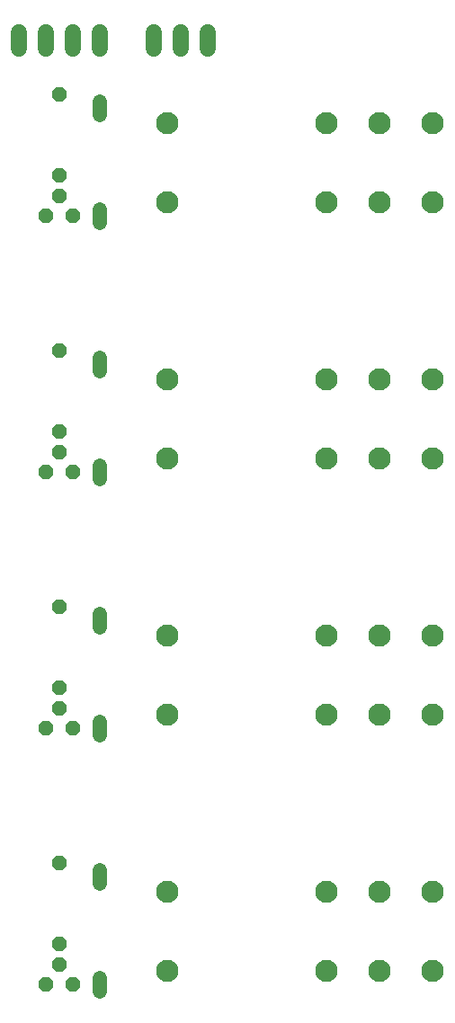
<source format=gbr>
G04 EAGLE Gerber RS-274X export*
G75*
%MOMM*%
%FSLAX34Y34*%
%LPD*%
%INTop Copper*%
%IPPOS*%
%AMOC8*
5,1,8,0,0,1.08239X$1,22.5*%
G01*
%ADD10C,2.100000*%
%ADD11C,1.320800*%
%ADD12P,1.429621X8X22.500000*%
%ADD13P,1.429621X8X112.500000*%
%ADD14C,1.524000*%


D10*
X596900Y787400D03*
X746900Y787400D03*
X796900Y787400D03*
X846900Y787400D03*
X846900Y862400D03*
X796900Y862400D03*
X746900Y862400D03*
X596900Y862400D03*
D11*
X533400Y781304D02*
X533400Y768096D01*
X533400Y869696D02*
X533400Y882904D01*
D12*
X508000Y774700D03*
X495300Y793750D03*
X482600Y774700D03*
D13*
X495300Y812800D03*
X495300Y889000D03*
D10*
X596900Y546100D03*
X746900Y546100D03*
X796900Y546100D03*
X846900Y546100D03*
X846900Y621100D03*
X796900Y621100D03*
X746900Y621100D03*
X596900Y621100D03*
D11*
X533400Y540004D02*
X533400Y526796D01*
X533400Y628396D02*
X533400Y641604D01*
D12*
X508000Y533400D03*
X495300Y552450D03*
X482600Y533400D03*
D13*
X495300Y571500D03*
X495300Y647700D03*
D10*
X596900Y304800D03*
X746900Y304800D03*
X796900Y304800D03*
X846900Y304800D03*
X846900Y379800D03*
X796900Y379800D03*
X746900Y379800D03*
X596900Y379800D03*
D11*
X533400Y298704D02*
X533400Y285496D01*
X533400Y387096D02*
X533400Y400304D01*
D12*
X508000Y292100D03*
X495300Y311150D03*
X482600Y292100D03*
D13*
X495300Y330200D03*
X495300Y406400D03*
D10*
X596900Y63500D03*
X746900Y63500D03*
X796900Y63500D03*
X846900Y63500D03*
X846900Y138500D03*
X796900Y138500D03*
X746900Y138500D03*
X596900Y138500D03*
D11*
X533400Y57404D02*
X533400Y44196D01*
X533400Y145796D02*
X533400Y159004D01*
D12*
X508000Y50800D03*
X495300Y69850D03*
X482600Y50800D03*
D13*
X495300Y88900D03*
X495300Y165100D03*
D14*
X635000Y932180D02*
X635000Y947420D01*
X609600Y947420D02*
X609600Y932180D01*
X584200Y932180D02*
X584200Y947420D01*
X533400Y947420D02*
X533400Y932180D01*
X508000Y932180D02*
X508000Y947420D01*
X482600Y947420D02*
X482600Y932180D01*
X457200Y932180D02*
X457200Y947420D01*
M02*

</source>
